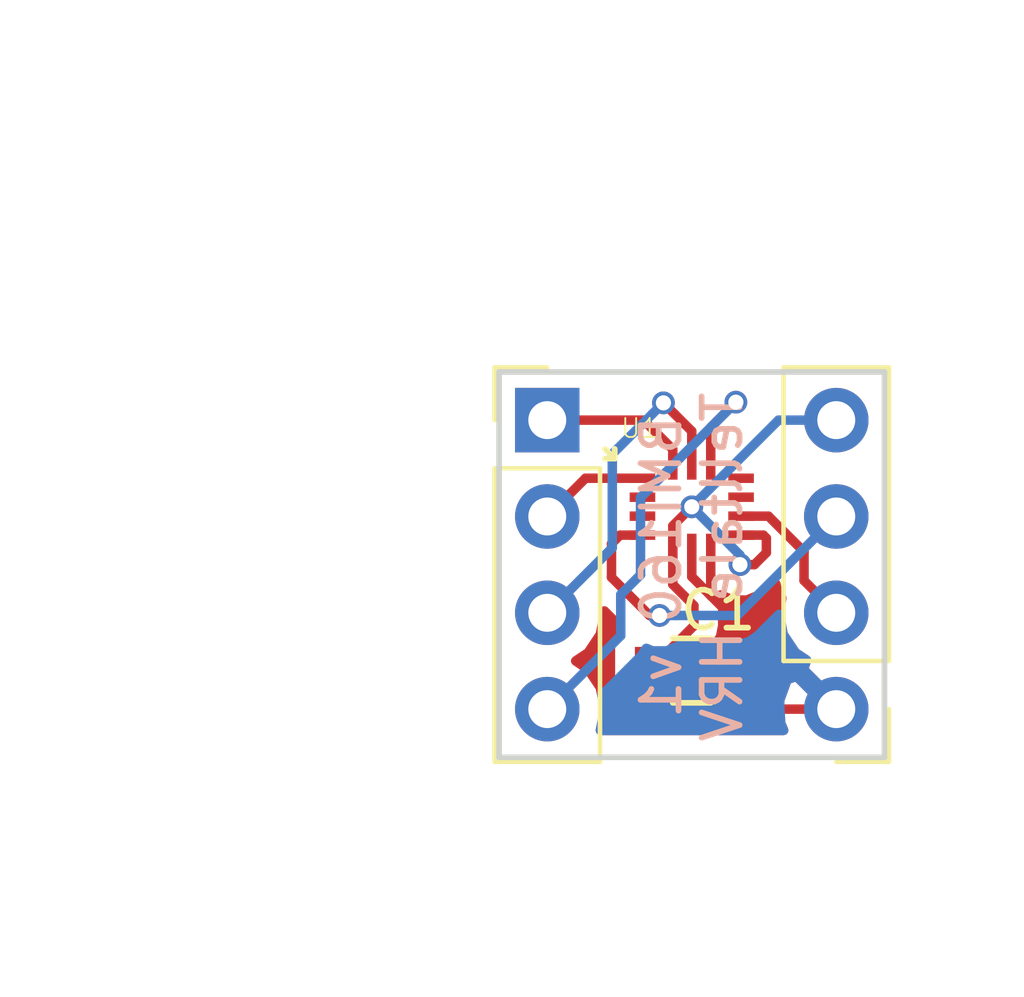
<source format=kicad_pcb>
(kicad_pcb (version 4) (host pcbnew 4.0.5)

  (general
    (links 12)
    (no_connects 0)
    (area 161.214999 107.874999 171.525001 118.185001)
    (thickness 1.6)
    (drawings 8)
    (tracks 63)
    (zones 0)
    (modules 4)
    (nets 9)
  )

  (page A4)
  (layers
    (0 Top signal)
    (31 Bottom signal)
    (32 B.Adhes user)
    (33 F.Adhes user)
    (34 B.Paste user)
    (35 F.Paste user)
    (36 B.SilkS user)
    (37 F.SilkS user)
    (38 B.Mask user)
    (39 F.Mask user)
    (40 Dwgs.User user)
    (41 Cmts.User user)
    (42 Eco1.User user)
    (43 Eco2.User user)
    (44 Edge.Cuts user)
    (45 Margin user)
    (46 B.CrtYd user)
    (47 F.CrtYd user)
    (48 B.Fab user)
    (49 F.Fab user)
  )

  (setup
    (last_trace_width 0.25)
    (trace_clearance 0.1524)
    (zone_clearance 0.508)
    (zone_45_only no)
    (trace_min 0.1524)
    (segment_width 0.2)
    (edge_width 0.15)
    (via_size 0.6)
    (via_drill 0.4)
    (via_min_size 0.4)
    (via_min_drill 0.3)
    (uvia_size 0.3)
    (uvia_drill 0.1)
    (uvias_allowed no)
    (uvia_min_size 0.2)
    (uvia_min_drill 0.1)
    (pcb_text_width 0.3)
    (pcb_text_size 1.5 1.5)
    (mod_edge_width 0.15)
    (mod_text_size 1 1)
    (mod_text_width 0.15)
    (pad_size 1.7 1.7)
    (pad_drill 1)
    (pad_to_mask_clearance 0.2)
    (aux_axis_origin 0 0)
    (visible_elements 7FFFFFFF)
    (pcbplotparams
      (layerselection 0x00030_80000001)
      (usegerberextensions false)
      (excludeedgelayer true)
      (linewidth 0.100000)
      (plotframeref false)
      (viasonmask false)
      (mode 1)
      (useauxorigin false)
      (hpglpennumber 1)
      (hpglpenspeed 20)
      (hpglpendiameter 15)
      (hpglpenoverlay 2)
      (psnegative false)
      (psa4output false)
      (plotreference true)
      (plotvalue true)
      (plotinvisibletext false)
      (padsonsilk false)
      (subtractmaskfromsilk false)
      (outputformat 1)
      (mirror false)
      (drillshape 1)
      (scaleselection 1)
      (outputdirectory ""))
  )

  (net 0 "")
  (net 1 GND)
  (net 2 VDD)
  (net 3 /MOSI)
  (net 4 /MISO)
  (net 5 /SCK)
  (net 6 /CS)
  (net 7 /INT2)
  (net 8 /INT1)

  (net_class Default "This is the default net class."
    (clearance 0.1524)
    (trace_width 0.25)
    (via_dia 0.6)
    (via_drill 0.4)
    (uvia_dia 0.3)
    (uvia_drill 0.1)
    (add_net /CS)
    (add_net /INT1)
    (add_net /INT2)
    (add_net /MISO)
    (add_net /MOSI)
    (add_net /SCK)
    (add_net GND)
    (add_net VDD)
  )

  (module Capacitors_SMD:C_0805 (layer Top) (tedit 5415D6EA) (tstamp 58670B4D)
    (at 166.37 115.824)
    (descr "Capacitor SMD 0805, reflow soldering, AVX (see smccp.pdf)")
    (tags "capacitor 0805")
    (path /58670F5D)
    (attr smd)
    (fp_text reference C1 (at 0.6985 -1.5875) (layer F.SilkS)
      (effects (font (size 1 1) (thickness 0.15)))
    )
    (fp_text value 100nF (at 0 5.5245) (layer F.Fab)
      (effects (font (size 1 1) (thickness 0.15)))
    )
    (fp_line (start -1 0.625) (end -1 -0.625) (layer F.Fab) (width 0.15))
    (fp_line (start 1 0.625) (end -1 0.625) (layer F.Fab) (width 0.15))
    (fp_line (start 1 -0.625) (end 1 0.625) (layer F.Fab) (width 0.15))
    (fp_line (start -1 -0.625) (end 1 -0.625) (layer F.Fab) (width 0.15))
    (fp_line (start -1.8 -1) (end 1.8 -1) (layer F.CrtYd) (width 0.05))
    (fp_line (start -1.8 1) (end 1.8 1) (layer F.CrtYd) (width 0.05))
    (fp_line (start -1.8 -1) (end -1.8 1) (layer F.CrtYd) (width 0.05))
    (fp_line (start 1.8 -1) (end 1.8 1) (layer F.CrtYd) (width 0.05))
    (fp_line (start 0.5 -0.85) (end -0.5 -0.85) (layer F.SilkS) (width 0.15))
    (fp_line (start -0.5 0.85) (end 0.5 0.85) (layer F.SilkS) (width 0.15))
    (pad 1 smd rect (at -1 0) (size 1 1.25) (layers Top F.Paste F.Mask)
      (net 2 VDD))
    (pad 2 smd rect (at 1 0) (size 1 1.25) (layers Top F.Paste F.Mask)
      (net 1 GND))
    (model Capacitors_SMD.3dshapes/C_0805.wrl
      (at (xyz 0 0 0))
      (scale (xyz 1 1 1))
      (rotate (xyz 0 0 0))
    )
  )

  (module Pin_Headers:Pin_Header_Straight_1x04_Pitch2.54mm (layer Top) (tedit 58673BB4) (tstamp 58670B55)
    (at 162.56 109.22)
    (descr "Through hole straight pin header, 1x04, 2.54mm pitch, single row")
    (tags "Through hole pin header THT 1x04 2.54mm single row")
    (path /58670A2F)
    (fp_text reference P1 (at 0 -2.39) (layer F.Fab)
      (effects (font (size 1 1) (thickness 0.15)))
    )
    (fp_text value CONN_01X04 (at 7.5565 -4.191) (layer F.Fab)
      (effects (font (size 1 1) (thickness 0.15)))
    )
    (fp_line (start -1.27 -1.27) (end -1.27 8.89) (layer F.Fab) (width 0.1))
    (fp_line (start -1.27 8.89) (end 1.27 8.89) (layer F.Fab) (width 0.1))
    (fp_line (start 1.27 8.89) (end 1.27 -1.27) (layer F.Fab) (width 0.1))
    (fp_line (start 1.27 -1.27) (end -1.27 -1.27) (layer F.Fab) (width 0.1))
    (fp_line (start -1.39 1.27) (end -1.39 9.01) (layer F.SilkS) (width 0.12))
    (fp_line (start -1.39 9.01) (end 1.39 9.01) (layer F.SilkS) (width 0.12))
    (fp_line (start 1.39 9.01) (end 1.39 1.27) (layer F.SilkS) (width 0.12))
    (fp_line (start 1.39 1.27) (end -1.39 1.27) (layer F.SilkS) (width 0.12))
    (fp_line (start -1.39 0) (end -1.39 -1.39) (layer F.SilkS) (width 0.12))
    (fp_line (start -1.39 -1.39) (end 0 -1.39) (layer F.SilkS) (width 0.12))
    (fp_line (start -1.6 -1.6) (end -1.6 9.2) (layer F.CrtYd) (width 0.05))
    (fp_line (start -1.6 9.2) (end 1.6 9.2) (layer F.CrtYd) (width 0.05))
    (fp_line (start 1.6 9.2) (end 1.6 -1.6) (layer F.CrtYd) (width 0.05))
    (fp_line (start 1.6 -1.6) (end -1.6 -1.6) (layer F.CrtYd) (width 0.05))
    (pad 1 thru_hole rect (at 0 0) (size 1.7 1.7) (drill 1) (layers *.Cu *.Mask)
      (net 3 /MOSI))
    (pad 2 thru_hole oval (at 0 2.54) (size 1.7 1.7) (drill 1) (layers *.Cu *.Mask)
      (net 4 /MISO))
    (pad 3 thru_hole oval (at 0 5.08) (size 1.7 1.7) (drill 1) (layers *.Cu *.Mask)
      (net 5 /SCK))
    (pad 4 thru_hole oval (at 0 7.62) (size 1.7 1.7) (drill 1) (layers *.Cu *.Mask)
      (net 6 /CS))
    (model Pin_Headers.3dshapes/Pin_Header_Straight_1x04_Pitch2.54mm.wrl
      (at (xyz 0 -0.15 0))
      (scale (xyz 1 1 1))
      (rotate (xyz 0 0 90))
    )
  )

  (module Pin_Headers:Pin_Header_Straight_1x04_Pitch2.54mm (layer Top) (tedit 58673B87) (tstamp 58670B5D)
    (at 170.18 116.84 180)
    (descr "Through hole straight pin header, 1x04, 2.54mm pitch, single row")
    (tags "Through hole pin header THT 1x04 2.54mm single row")
    (path /58670B16)
    (fp_text reference P2 (at 0 -2.39 180) (layer F.Fab)
      (effects (font (size 1 1) (thickness 0.15)))
    )
    (fp_text value CONN_01X04 (at 0 10.287 180) (layer F.Fab)
      (effects (font (size 1 1) (thickness 0.15)))
    )
    (fp_line (start -1.27 -1.27) (end -1.27 8.89) (layer F.Fab) (width 0.1))
    (fp_line (start -1.27 8.89) (end 1.27 8.89) (layer F.Fab) (width 0.1))
    (fp_line (start 1.27 8.89) (end 1.27 -1.27) (layer F.Fab) (width 0.1))
    (fp_line (start 1.27 -1.27) (end -1.27 -1.27) (layer F.Fab) (width 0.1))
    (fp_line (start -1.39 1.27) (end -1.39 9.01) (layer F.SilkS) (width 0.12))
    (fp_line (start -1.39 9.01) (end 1.39 9.01) (layer F.SilkS) (width 0.12))
    (fp_line (start 1.39 9.01) (end 1.39 1.27) (layer F.SilkS) (width 0.12))
    (fp_line (start 1.39 1.27) (end -1.39 1.27) (layer F.SilkS) (width 0.12))
    (fp_line (start -1.39 0) (end -1.39 -1.39) (layer F.SilkS) (width 0.12))
    (fp_line (start -1.39 -1.39) (end 0 -1.39) (layer F.SilkS) (width 0.12))
    (fp_line (start -1.6 -1.6) (end -1.6 9.2) (layer F.CrtYd) (width 0.05))
    (fp_line (start -1.6 9.2) (end 1.6 9.2) (layer F.CrtYd) (width 0.05))
    (fp_line (start 1.6 9.2) (end 1.6 -1.6) (layer F.CrtYd) (width 0.05))
    (fp_line (start 1.6 -1.6) (end -1.6 -1.6) (layer F.CrtYd) (width 0.05))
    (pad 1 thru_hole circle (at 0 0 180) (size 1.7 1.7) (drill 1) (layers *.Cu *.Mask)
      (net 1 GND))
    (pad 2 thru_hole oval (at 0 2.54 180) (size 1.7 1.7) (drill 1) (layers *.Cu *.Mask)
      (net 7 /INT2))
    (pad 3 thru_hole oval (at 0 5.08 180) (size 1.7 1.7) (drill 1) (layers *.Cu *.Mask)
      (net 8 /INT1))
    (pad 4 thru_hole oval (at 0 7.62 180) (size 1.7 1.7) (drill 1) (layers *.Cu *.Mask)
      (net 2 VDD))
    (model Pin_Headers.3dshapes/Pin_Header_Straight_1x04_Pitch2.54mm.wrl
      (at (xyz 0 -0.15 0))
      (scale (xyz 1 1 1))
      (rotate (xyz 0 0 90))
    )
  )

  (module bmi160:BMI160 (layer Top) (tedit 58670696) (tstamp 58670B79)
    (at 166.37 111.252)
    (path /58670988)
    (fp_text reference U1 (at -1.905 -1.524) (layer F.SilkS)
      (effects (font (size 0.5 0.5) (thickness 0.05)) (justify left bottom))
    )
    (fp_text value BMI160 (at 1.524 2.032) (layer Dwgs.User)
      (effects (font (size 0.5 0.5) (thickness 0.05)) (justify right top))
    )
    (fp_line (start -2.032 -1.016) (end -2.286 -1.27) (layer F.SilkS) (width 0.15))
    (fp_line (start -2.032 -1.016) (end -2.286 -1.016) (layer F.SilkS) (width 0.15))
    (fp_line (start -2.032 -1.27) (end -2.032 -1.016) (layer F.SilkS) (width 0.15))
    (fp_line (start -2.032 -1.016) (end -2.032 -1.27) (layer F.SilkS) (width 0.15))
    (fp_line (start 1.5 -1) (end 0.4 -1) (layer F.Fab) (width 0.127))
    (fp_line (start -0.4 1.5) (end -1.5 1.5) (layer F.Fab) (width 0.127))
    (fp_line (start -1.5 1.5) (end -1.5 -1) (layer F.Fab) (width 0.127))
    (fp_line (start 1.5 -1) (end 1.5 1.5) (layer F.Fab) (width 0.127))
    (fp_line (start -0.4 -1) (end -1.5 -1) (layer F.Fab) (width 0.127))
    (fp_line (start 1.5 1.5) (end 0.4 1.5) (layer F.Fab) (width 0.127))
    (pad 1 smd rect (at -1.3 -0.5) (size 0.675 0.25) (layers Top F.Paste F.Mask)
      (net 4 /MISO))
    (pad 2 smd rect (at -1.3 0) (size 0.675 0.25) (layers Top F.Paste F.Mask))
    (pad 3 smd rect (at -1.3 0.5) (size 0.675 0.25) (layers Top F.Paste F.Mask))
    (pad 4 smd rect (at -1.3 1) (size 0.675 0.25) (layers Top F.Paste F.Mask)
      (net 8 /INT1))
    (pad 5 smd rect (at -0.5 1.3 90) (size 0.675 0.25) (layers Top F.Paste F.Mask)
      (net 2 VDD))
    (pad 6 smd rect (at 0 1.3 90) (size 0.675 0.25) (layers Top F.Paste F.Mask)
      (net 1 GND))
    (pad 7 smd rect (at 0.5 1.3 90) (size 0.675 0.25) (layers Top F.Paste F.Mask)
      (net 1 GND))
    (pad 8 smd rect (at 1.3 1 180) (size 0.675 0.25) (layers Top F.Paste F.Mask)
      (net 2 VDD))
    (pad 9 smd rect (at 1.3 0.5 180) (size 0.675 0.25) (layers Top F.Paste F.Mask)
      (net 7 /INT2))
    (pad 10 smd rect (at 1.3 0 180) (size 0.675 0.25) (layers Top F.Paste F.Mask))
    (pad 11 smd rect (at 1.3 -0.5 180) (size 0.675 0.25) (layers Top F.Paste F.Mask))
    (pad 12 smd rect (at 0.5 -0.8 270) (size 0.675 0.25) (layers Top F.Paste F.Mask)
      (net 6 /CS))
    (pad 13 smd rect (at 0 -0.8 270) (size 0.675 0.25) (layers Top F.Paste F.Mask)
      (net 5 /SCK))
    (pad 14 smd rect (at -0.5 -0.8 270) (size 0.675 0.25) (layers Top F.Paste F.Mask)
      (net 3 /MOSI))
  )

  (gr_text "BMI160 v1\nTelltale HRV" (at 166.37 113.0935 90) (layer B.SilkS)
    (effects (font (size 1 1) (thickness 0.15)) (justify mirror))
  )
  (dimension 7.62 (width 0.3) (layer Dwgs.User)
    (gr_text "7.620 mm" (at 166.321968 125.048) (layer Dwgs.User)
      (effects (font (size 1.5 1.5) (thickness 0.3)))
    )
    (feature1 (pts (xy 170.131968 109.22) (xy 170.131968 126.398)))
    (feature2 (pts (xy 162.511968 109.22) (xy 162.511968 126.398)))
    (crossbar (pts (xy 162.511968 123.698) (xy 170.131968 123.698)))
    (arrow1a (pts (xy 170.131968 123.698) (xy 169.005464 124.284421)))
    (arrow1b (pts (xy 170.131968 123.698) (xy 169.005464 123.111579)))
    (arrow2a (pts (xy 162.511968 123.698) (xy 163.638472 124.284421)))
    (arrow2b (pts (xy 162.511968 123.698) (xy 163.638472 123.111579)))
  )
  (dimension 10.16 (width 0.3) (layer Dwgs.User)
    (gr_text "10.160 mm" (at 166.37 99.996) (layer Dwgs.User)
      (effects (font (size 1.5 1.5) (thickness 0.3)))
    )
    (feature1 (pts (xy 171.45 107.95) (xy 171.45 98.646)))
    (feature2 (pts (xy 161.29 107.95) (xy 161.29 98.646)))
    (crossbar (pts (xy 161.29 101.346) (xy 171.45 101.346)))
    (arrow1a (pts (xy 171.45 101.346) (xy 170.323496 101.932421)))
    (arrow1b (pts (xy 171.45 101.346) (xy 170.323496 100.759579)))
    (arrow2a (pts (xy 161.29 101.346) (xy 162.416504 101.932421)))
    (arrow2b (pts (xy 161.29 101.346) (xy 162.416504 100.759579)))
  )
  (dimension 10.16 (width 0.3) (layer Dwgs.User)
    (gr_text "10.160 mm" (at 154.4155 113.03 270) (layer Dwgs.User)
      (effects (font (size 1.5 1.5) (thickness 0.3)))
    )
    (feature1 (pts (xy 161.29 118.11) (xy 153.0655 118.11)))
    (feature2 (pts (xy 161.29 107.95) (xy 153.0655 107.95)))
    (crossbar (pts (xy 155.7655 107.95) (xy 155.7655 118.11)))
    (arrow1a (pts (xy 155.7655 118.11) (xy 155.179079 116.983496)))
    (arrow1b (pts (xy 155.7655 118.11) (xy 156.351921 116.983496)))
    (arrow2a (pts (xy 155.7655 107.95) (xy 155.179079 109.076504)))
    (arrow2b (pts (xy 155.7655 107.95) (xy 156.351921 109.076504)))
  )
  (gr_line (start 161.29 107.95) (end 161.29 118.11) (layer Edge.Cuts) (width 0.15))
  (gr_line (start 171.45 107.95) (end 161.29 107.95) (layer Edge.Cuts) (width 0.15))
  (gr_line (start 171.45 118.11) (end 171.45 107.95) (layer Edge.Cuts) (width 0.15))
  (gr_line (start 161.29 118.11) (end 171.45 118.11) (layer Edge.Cuts) (width 0.15))

  (segment (start 166.87 112.552) (end 166.87 113.8475) (width 0.25) (layer Top) (net 1))
  (segment (start 166.87 113.8475) (end 166.878 113.8555) (width 0.25) (layer Top) (net 1) (tstamp 58670CF3))
  (segment (start 170.18 116.84) (end 168.386 116.84) (width 0.25) (layer Top) (net 1))
  (segment (start 168.386 116.84) (end 167.37 115.824) (width 0.25) (layer Top) (net 1) (tstamp 58670D2B))
  (segment (start 166.37 112.552) (end 166.37 113.3475) (width 0.25) (layer Top) (net 1))
  (segment (start 167.37 114.3475) (end 167.37 115.824) (width 0.25) (layer Top) (net 1) (tstamp 58670CEF))
  (segment (start 166.37 113.3475) (end 166.878 113.8555) (width 0.25) (layer Top) (net 1) (tstamp 58670CEE))
  (segment (start 166.878 113.8555) (end 167.37 114.3475) (width 0.25) (layer Top) (net 1) (tstamp 58670CF6))
  (segment (start 168.021 113.03) (end 167.64 113.03) (width 0.25) (layer Top) (net 2))
  (segment (start 168.337 112.714) (end 168.021 113.03) (width 0.25) (layer Top) (net 2))
  (segment (start 168.337 112.3315) (end 168.337 112.714) (width 0.25) (layer Top) (net 2))
  (segment (start 168.2575 112.252) (end 168.337 112.3315) (width 0.25) (layer Top) (net 2))
  (segment (start 167.67 112.252) (end 168.2575 112.252) (width 0.25) (layer Top) (net 2))
  (segment (start 167.64 113.03) (end 167.64 112.776) (width 0.25) (layer Bottom) (net 2))
  (segment (start 167.64 112.776) (end 166.37 111.506) (width 0.25) (layer Bottom) (net 2))
  (via (at 167.64 113.03) (size 0.6) (drill 0.4) (layers Top Bottom) (net 2))
  (segment (start 166.427338 114.641662) (end 165.37 115.699) (width 0.25) (layer Top) (net 2))
  (segment (start 165.87 112.552) (end 165.87 113.553711) (width 0.25) (layer Top) (net 2))
  (segment (start 165.87 113.553711) (end 166.427338 114.111049) (width 0.25) (layer Top) (net 2))
  (segment (start 166.427338 114.111049) (end 166.427338 114.641662) (width 0.25) (layer Top) (net 2))
  (segment (start 165.37 115.699) (end 165.37 115.824) (width 0.25) (layer Top) (net 2))
  (segment (start 165.87 112.552) (end 165.87 112.006) (width 0.25) (layer Top) (net 2))
  (segment (start 168.656 109.22) (end 166.37 111.506) (width 0.25) (layer Bottom) (net 2) (tstamp 58670D0C))
  (segment (start 168.656 109.22) (end 170.18 109.22) (width 0.25) (layer Bottom) (net 2))
  (via (at 166.37 111.506) (size 0.6) (drill 0.4) (layers Top Bottom) (net 2))
  (segment (start 165.87 112.006) (end 166.37 111.506) (width 0.25) (layer Top) (net 2) (tstamp 58670D15))
  (segment (start 165.87 110.452) (end 165.87 109.99) (width 0.25) (layer Top) (net 3))
  (segment (start 165.1 109.22) (end 162.56 109.22) (width 0.25) (layer Top) (net 3) (tstamp 58670C9C))
  (segment (start 165.87 109.99) (end 165.1 109.22) (width 0.25) (layer Top) (net 3) (tstamp 58670C9B))
  (segment (start 165.07 110.752) (end 163.568 110.752) (width 0.25) (layer Top) (net 4))
  (segment (start 163.568 110.752) (end 162.56 111.76) (width 0.25) (layer Top) (net 4) (tstamp 58670C9F))
  (segment (start 165.323015 109.064361) (end 165.623014 108.764362) (width 0.25) (layer Bottom) (net 5))
  (segment (start 164.2745 110.112876) (end 165.323015 109.064361) (width 0.25) (layer Bottom) (net 5))
  (segment (start 164.2745 112.5855) (end 164.2745 110.112876) (width 0.25) (layer Bottom) (net 5))
  (segment (start 165.923013 109.064361) (end 165.623014 108.764362) (width 0.25) (layer Top) (net 5))
  (segment (start 162.56 114.3) (end 164.2745 112.5855) (width 0.25) (layer Bottom) (net 5))
  (segment (start 166.37 109.511348) (end 165.923013 109.064361) (width 0.25) (layer Top) (net 5))
  (segment (start 166.37 110.452) (end 166.37 109.511348) (width 0.25) (layer Top) (net 5))
  (via (at 165.623014 108.764362) (size 0.6) (drill 0.4) (layers Top Bottom) (net 5))
  (segment (start 166.87 109.40932) (end 167.232753 109.046567) (width 0.25) (layer Top) (net 6))
  (segment (start 166.87 110.452) (end 166.87 109.40932) (width 0.25) (layer Top) (net 6))
  (segment (start 165.018699 111.260621) (end 167.232753 109.046567) (width 0.25) (layer Bottom) (net 6))
  (segment (start 165.018699 113.297619) (end 165.018699 111.260621) (width 0.25) (layer Bottom) (net 6))
  (segment (start 167.232753 109.046567) (end 167.532752 108.746568) (width 0.25) (layer Bottom) (net 6))
  (segment (start 164.497022 113.819296) (end 165.018699 113.297619) (width 0.25) (layer Bottom) (net 6))
  (segment (start 167.232753 109.046567) (end 167.532752 108.746568) (width 0.25) (layer Top) (net 6))
  (segment (start 164.497022 114.902978) (end 164.497022 113.819296) (width 0.25) (layer Bottom) (net 6))
  (segment (start 162.56 116.84) (end 164.497022 114.902978) (width 0.25) (layer Bottom) (net 6))
  (via (at 167.532752 108.746568) (size 0.6) (drill 0.4) (layers Top Bottom) (net 6))
  (segment (start 169.330001 113.450001) (end 170.18 114.3) (width 0.25) (layer Top) (net 7))
  (segment (start 169.330001 112.690406) (end 169.330001 113.450001) (width 0.25) (layer Top) (net 7))
  (segment (start 168.391595 111.752) (end 169.330001 112.690406) (width 0.25) (layer Top) (net 7))
  (segment (start 167.67 111.752) (end 168.391595 111.752) (width 0.25) (layer Top) (net 7))
  (segment (start 165.07 112.252) (end 164.478085 112.252) (width 0.25) (layer Top) (net 8))
  (segment (start 164.478085 112.252) (end 164.253463 112.476622) (width 0.25) (layer Top) (net 8))
  (segment (start 164.253463 112.476622) (end 164.253463 113.365547) (width 0.25) (layer Top) (net 8))
  (segment (start 164.253463 113.365547) (end 165.260091 114.372175) (width 0.25) (layer Top) (net 8))
  (segment (start 165.260091 114.372175) (end 165.518758 114.372175) (width 0.25) (layer Top) (net 8))
  (segment (start 165.518758 114.372175) (end 165.520266 114.370667) (width 0.25) (layer Top) (net 8))
  (segment (start 170.18 111.76) (end 167.569333 114.370667) (width 0.25) (layer Bottom) (net 8))
  (via (at 165.520266 114.370667) (size 0.6) (drill 0.4) (layers Top Bottom) (net 8))
  (segment (start 165.94453 114.370667) (end 165.520266 114.370667) (width 0.25) (layer Bottom) (net 8))
  (segment (start 167.569333 114.370667) (end 165.94453 114.370667) (width 0.25) (layer Bottom) (net 8))

  (zone (net 1) (net_name GND) (layer Top) (tstamp 0) (hatch edge 0.508)
    (connect_pads thru_hole_only (clearance 0.508))
    (min_thickness 0.254)
    (fill yes (arc_segments 16) (thermal_gap 0.508) (thermal_bridge_width 0.508))
    (polygon
      (pts
        (xy 171.45 107.95) (xy 161.29 107.95) (xy 161.29 118.11) (xy 171.45 118.11)
      )
    )
    (filled_polygon
      (pts
        (xy 168.627853 113.74084) (xy 168.742886 113.913) (xy 168.665907 114.3) (xy 168.778946 114.868285) (xy 169.100853 115.350054)
        (xy 169.39527 115.546777) (xy 169.315647 115.796042) (xy 170.18 116.660395) (xy 170.194143 116.646253) (xy 170.373748 116.825858)
        (xy 170.359605 116.84) (xy 170.373748 116.854143) (xy 170.194143 117.033748) (xy 170.18 117.019605) (xy 170.165858 117.033748)
        (xy 169.986253 116.854143) (xy 170.000395 116.84) (xy 169.136042 115.975647) (xy 168.884741 116.05592) (xy 168.683282 116.611279)
        (xy 168.709685 117.201458) (xy 168.791924 117.4) (xy 163.962702 117.4) (xy 164.074093 116.84) (xy 163.961054 116.271715)
        (xy 163.639147 115.789946) (xy 163.309974 115.57) (xy 163.639147 115.350054) (xy 163.961054 114.868285) (xy 164.074093 114.3)
        (xy 164.064404 114.25129) (xy 164.497334 114.68422) (xy 164.418559 114.73491) (xy 164.273569 114.94711) (xy 164.22256 115.199)
        (xy 164.22256 116.449) (xy 164.266838 116.684317) (xy 164.40591 116.900441) (xy 164.61811 117.045431) (xy 164.87 117.09644)
        (xy 165.87 117.09644) (xy 166.105317 117.052162) (xy 166.321441 116.91309) (xy 166.466431 116.70089) (xy 166.51744 116.449)
        (xy 166.51744 115.626362) (xy 166.964739 115.179063) (xy 167.129486 114.932501) (xy 167.187338 114.641662) (xy 167.187338 114.111049)
        (xy 167.1317 113.831338) (xy 167.453201 113.964838) (xy 167.825167 113.965162) (xy 168.168943 113.823117) (xy 168.247189 113.745008)
        (xy 168.311839 113.732148) (xy 168.558401 113.567401) (xy 168.587554 113.538248)
      )
    )
  )
  (zone (net 1) (net_name GND) (layer Bottom) (tstamp 0) (hatch edge 0.508)
    (connect_pads thru_hole_only (clearance 0.508))
    (min_thickness 0.254)
    (fill yes (arc_segments 16) (thermal_gap 0.508) (thermal_bridge_width 0.508))
    (polygon
      (pts
        (xy 161.29 107.95) (xy 171.45 107.95) (xy 171.45 118.11) (xy 161.29 118.11)
      )
    )
    (filled_polygon
      (pts
        (xy 168.778946 114.868285) (xy 169.100853 115.350054) (xy 169.39527 115.546777) (xy 169.315647 115.796042) (xy 170.18 116.660395)
        (xy 170.194143 116.646253) (xy 170.373748 116.825858) (xy 170.359605 116.84) (xy 170.373748 116.854143) (xy 170.194143 117.033748)
        (xy 170.18 117.019605) (xy 170.165858 117.033748) (xy 169.986253 116.854143) (xy 170.000395 116.84) (xy 169.136042 115.975647)
        (xy 168.884741 116.05592) (xy 168.683282 116.611279) (xy 168.709685 117.201458) (xy 168.791924 117.4) (xy 163.962702 117.4)
        (xy 164.074093 116.84) (xy 164.00121 116.473592) (xy 165.034423 115.440379) (xy 165.169919 115.237594) (xy 165.333467 115.305505)
        (xy 165.705433 115.305829) (xy 166.049209 115.163784) (xy 166.082384 115.130667) (xy 167.569333 115.130667) (xy 167.860172 115.072815)
        (xy 168.106734 114.908068) (xy 168.674019 114.340783)
      )
    )
  )
)

</source>
